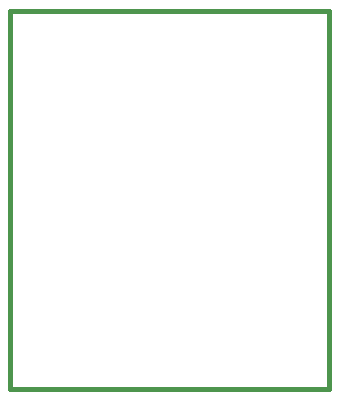
<source format=gko>
%FSLAX33Y33*%
%MOMM*%
%ADD10C,0.381*%
D10*
%LNpath-0*%
G01*
X0Y0D02*
X27000Y0D01*
X27000Y32000*
X0Y32000*
X0Y0*
%LNmechanical details_traces*%
M02*
</source>
